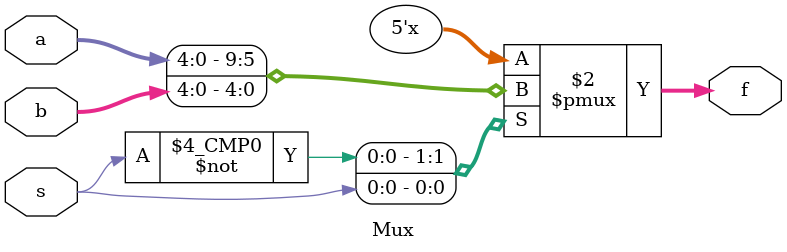
<source format=v>
module Mux(s,a,b,f);
	parameter n = 5;
	input s;
	input [4:0]a,b;
	output reg[4:0]f;
	
	always
	begin
		case (s)
       			0:f=a;
			1:f=b;
		endcase
	end
endmodule
</source>
